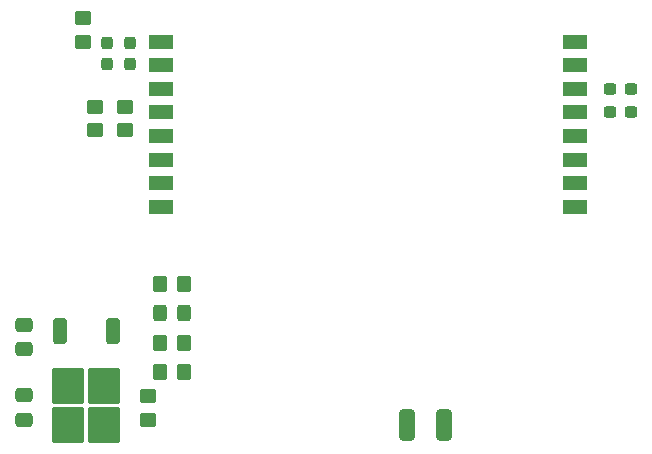
<source format=gtp>
G04 #@! TF.GenerationSoftware,KiCad,Pcbnew,7.0.1*
G04 #@! TF.CreationDate,2023-11-13T16:16:04-05:00*
G04 #@! TF.ProjectId,Radio HAT,52616469-6f20-4484-9154-2e6b69636164,v1.1*
G04 #@! TF.SameCoordinates,Original*
G04 #@! TF.FileFunction,Paste,Top*
G04 #@! TF.FilePolarity,Positive*
%FSLAX46Y46*%
G04 Gerber Fmt 4.6, Leading zero omitted, Abs format (unit mm)*
G04 Created by KiCad (PCBNEW 7.0.1) date 2023-11-13 16:16:04*
%MOMM*%
%LPD*%
G01*
G04 APERTURE LIST*
G04 Aperture macros list*
%AMRoundRect*
0 Rectangle with rounded corners*
0 $1 Rounding radius*
0 $2 $3 $4 $5 $6 $7 $8 $9 X,Y pos of 4 corners*
0 Add a 4 corners polygon primitive as box body*
4,1,4,$2,$3,$4,$5,$6,$7,$8,$9,$2,$3,0*
0 Add four circle primitives for the rounded corners*
1,1,$1+$1,$2,$3*
1,1,$1+$1,$4,$5*
1,1,$1+$1,$6,$7*
1,1,$1+$1,$8,$9*
0 Add four rect primitives between the rounded corners*
20,1,$1+$1,$2,$3,$4,$5,0*
20,1,$1+$1,$4,$5,$6,$7,0*
20,1,$1+$1,$6,$7,$8,$9,0*
20,1,$1+$1,$8,$9,$2,$3,0*%
G04 Aperture macros list end*
%ADD10RoundRect,0.250000X0.350000X0.450000X-0.350000X0.450000X-0.350000X-0.450000X0.350000X-0.450000X0*%
%ADD11RoundRect,0.250000X-0.400000X-1.075000X0.400000X-1.075000X0.400000X1.075000X-0.400000X1.075000X0*%
%ADD12RoundRect,0.250000X0.450000X-0.350000X0.450000X0.350000X-0.450000X0.350000X-0.450000X-0.350000X0*%
%ADD13RoundRect,0.250000X-0.475000X0.337500X-0.475000X-0.337500X0.475000X-0.337500X0.475000X0.337500X0*%
%ADD14RoundRect,0.237500X-0.237500X0.300000X-0.237500X-0.300000X0.237500X-0.300000X0.237500X0.300000X0*%
%ADD15RoundRect,0.237500X-0.300000X-0.237500X0.300000X-0.237500X0.300000X0.237500X-0.300000X0.237500X0*%
%ADD16RoundRect,0.250000X-0.450000X0.350000X-0.450000X-0.350000X0.450000X-0.350000X0.450000X0.350000X0*%
%ADD17RoundRect,0.250000X0.475000X-0.337500X0.475000X0.337500X-0.475000X0.337500X-0.475000X-0.337500X0*%
%ADD18RoundRect,0.250000X-0.350000X0.850000X-0.350000X-0.850000X0.350000X-0.850000X0.350000X0.850000X0*%
%ADD19RoundRect,0.250000X-1.125000X1.275000X-1.125000X-1.275000X1.125000X-1.275000X1.125000X1.275000X0*%
%ADD20R,2.000000X1.300000*%
%ADD21RoundRect,0.250000X0.325000X0.450000X-0.325000X0.450000X-0.325000X-0.450000X0.325000X-0.450000X0*%
%ADD22RoundRect,0.250000X-0.350000X-0.450000X0.350000X-0.450000X0.350000X0.450000X-0.350000X0.450000X0*%
G04 APERTURE END LIST*
D10*
X122500000Y-130000000D03*
X120500000Y-130000000D03*
D11*
X141450000Y-142000000D03*
X144550000Y-142000000D03*
D12*
X119500000Y-141500000D03*
X119500000Y-139500000D03*
X117500000Y-117000000D03*
X117500000Y-115000000D03*
D13*
X109000000Y-133462500D03*
X109000000Y-135537500D03*
D14*
X116000000Y-109637500D03*
X116000000Y-111362500D03*
D15*
X158637500Y-113500000D03*
X160362500Y-113500000D03*
D16*
X114000000Y-107500000D03*
X114000000Y-109500000D03*
D17*
X109000000Y-141537500D03*
X109000000Y-139462500D03*
D18*
X116560000Y-134000000D03*
D19*
X115805000Y-138625000D03*
X112755000Y-138625000D03*
X115805000Y-141975000D03*
X112755000Y-141975000D03*
D18*
X112000000Y-134000000D03*
D12*
X115000000Y-117000000D03*
X115000000Y-115000000D03*
D20*
X155600000Y-123500000D03*
X155600000Y-121500000D03*
X155600000Y-119500000D03*
X155600000Y-117500000D03*
X155600000Y-115500000D03*
X155600000Y-113500000D03*
X155600000Y-111500000D03*
X155600000Y-109500000D03*
X120600000Y-109500000D03*
X120600000Y-111500000D03*
X120600000Y-113500000D03*
X120600000Y-115500000D03*
X120600000Y-117500000D03*
X120600000Y-119500000D03*
X120600000Y-121500000D03*
X120600000Y-123500000D03*
D21*
X122525000Y-132500000D03*
X120475000Y-132500000D03*
D15*
X158637500Y-115500000D03*
X160362500Y-115500000D03*
D22*
X120500000Y-135000000D03*
X122500000Y-135000000D03*
X120500000Y-137500000D03*
X122500000Y-137500000D03*
D14*
X118000000Y-109637500D03*
X118000000Y-111362500D03*
M02*

</source>
